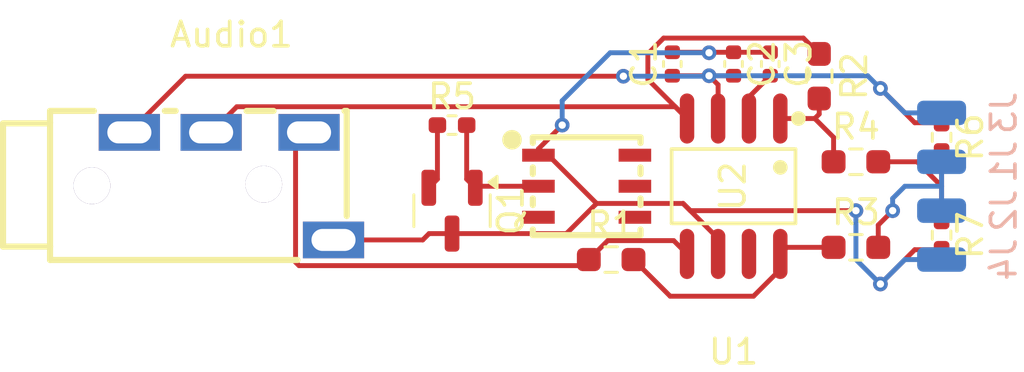
<source format=kicad_pcb>
(kicad_pcb (version 20240108) (generator "pcbnew") (generator_version "8.0")
  (layers (0 "F.Cu" signal) (31 "B.Cu" signal) (34 "B.Paste" user) (35 "F.Paste" user) (36 "B.SilkS" user "B.Silkscreen") (37 "F.SilkS" user "F.Silkscreen") (38 "B.Mask" user) (39 "F.Mask" user) (44 "Edge.Cuts" user))
  (net 0 "")
  (net 1 "GND")
  (net 2 "3V3A_SW")
  (net 3 "Net-(U1-+OUT)")
  (net 4 "Net-(U1-–OUT)")
  (net 5 "Net-(U1-VOCM)")
  (net 6 "Net-(J1-Pin_1)")
  (net 7 "Net-(Q1-G)")
  (net 8 "Net-(U1-+IN)")
  (net 9 "Net-(U1-–IN)")
  (net 10 "Net-(R4-Pad2)")
  (footprint "Resistor_SMD:R_0402_1005Metric_Pad0.72x0.64mm_HandSolder" (layer "F.Cu") (at 179 128 -90)
    (property "Reference" "R6" (at 0 -1.17 90) (layer "F.SilkS"))
    (property "Value" "330R")
    (fp_line (start -0.167621 0.38) (end 0.167621 0.38) (stroke (width 0.12)) (layer "F.SilkS"))
    (fp_line (start -0.167621 -0.38) (end 0.167621 -0.38) (stroke (width 0.12)) (layer "F.SilkS"))
    (pad "1" smd roundrect (at -0.5975 0 270) (size 0.715 0.64) (layers "F.Cu" "F.Paste" "F.Mask") (net 2 "3V3A_SW"))
    (pad "2" smd roundrect (at 0.5975 0 270) (size 0.715 0.64) (layers "F.Cu" "F.Paste" "F.Mask") (net 10 "Net-(R4-Pad2)"))
  )
  (footprint "Resistor_SMD:R_0603_1608Metric_Pad0.98x0.95mm_HandSolder" (layer "F.Cu") (at 175.5 132.5)
    (property "Reference" "R3" (at 0 -1.43 0) (layer "F.SilkS"))
    (property "Value" "5.6K")
    (fp_line (start -0.254724 -0.5225) (end 0.254724 -0.5225) (stroke (width 0.12)) (layer "F.SilkS"))
    (fp_line (start -0.254724 0.5225) (end 0.254724 0.5225) (stroke (width 0.12)) (layer "F.SilkS"))
    (pad "1" smd roundrect (at -0.9125 0) (size 0.975 0.95) (layers "F.Cu" "F.Paste" "F.Mask") (net 8 "Net-(U1-+IN)"))
    (pad "2" smd roundrect (at 0.9125 0) (size 0.975 0.95) (layers "F.Cu" "F.Paste" "F.Mask") (net 6 "Net-(J1-Pin_1)"))
  )
  (footprint "Resistor_SMD:R_0603_1608Metric_Pad0.98x0.95mm_HandSolder" (layer "F.Cu") (at 174 125.5 -90)
    (property "Reference" "R2" (at 0 -1.43 90) (layer "F.SilkS"))
    (property "Value" "510K")
    (fp_line (start -0.254724 0.5225) (end 0.254724 0.5225) (stroke (width 0.12)) (layer "F.SilkS"))
    (fp_line (start -0.254724 -0.5225) (end 0.254724 -0.5225) (stroke (width 0.12)) (layer "F.SilkS"))
    (pad "1" smd roundrect (at -0.9125 0 270) (size 0.975 0.95) (layers "F.Cu" "F.Paste" "F.Mask") (net 3 "Net-(U1-+OUT)"))
    (pad "2" smd roundrect (at 0.9125 0 270) (size 0.975 0.95) (layers "F.Cu" "F.Paste" "F.Mask") (net 9 "Net-(U1-–IN)"))
  )
  (footprint "Capacitor_SMD:C_0402_1005Metric" (layer "F.Cu") (at 170.5 125 -90)
    (property "Reference" "C2" (at 0 -1.16 90) (layer "F.SilkS"))
    (property "Value" "1000p")
    (fp_line (start -0.107836 0.36) (end 0.107836 0.36) (stroke (width 0.12)) (layer "F.SilkS"))
    (fp_line (start -0.107836 -0.36) (end 0.107836 -0.36) (stroke (width 0.12)) (layer "F.SilkS"))
    (pad "1" smd roundrect (at -0.48 0 270) (size 0.56 0.62) (layers "F.Cu" "F.Paste" "F.Mask") (net 1 "GND"))
    (pad "2" smd roundrect (at 0.48 0 270) (size 0.56 0.62) (layers "F.Cu" "F.Paste" "F.Mask") (net 2 "3V3A_SW"))
  )
  (footprint "Rocketry_Easyeda:TSOC-6_L3.9-W4.3-P1.27-BL" (layer "F.Cu") (at 164.5 130 -90)
    (property "Reference" "U2" (at 0 -5.97 90) (layer "F.SilkS"))
    (property "Value" "DS28E07P+T")
    (fp_line (start -2 2.2) (end -1.77 2.2) (stroke (width 0.25)) (layer "F.SilkS"))
    (fp_line (start -0.77 2.2) (end -0.5 2.2) (stroke (width 0.25)) (layer "F.SilkS"))
    (fp_line (start 0.5 2.2) (end 0.77 2.2) (stroke (width 0.25)) (layer "F.SilkS"))
    (fp_line (start 1.77 2.2) (end 2 2.2) (stroke (width 0.25)) (layer "F.SilkS"))
    (fp_line (start 2 2.2) (end 2 -2.2) (stroke (width 0.25)) (layer "F.SilkS"))
    (fp_line (start -2 -2.2) (end -2 2.2) (stroke (width 0.25)) (layer "F.SilkS"))
    (fp_line (start -1.77 -2.2) (end -2 -2.2) (stroke (width 0.25)) (layer "F.SilkS"))
    (fp_line (start -0.5 -2.2) (end -0.77 -2.2) (stroke (width 0.25)) (layer "F.SilkS"))
    (fp_line (start 0.77 -2.2) (end 0.5 -2.2) (stroke (width 0.25)) (layer "F.SilkS"))
    (fp_line (start 2 -2.2) (end 1.77 -2.2) (stroke (width 0.25)) (layer "F.SilkS"))
    (fp_circle (center -1.9 3.05) (end -1.7 3.05) (stroke (width 0.4)) (fill none) (layer "F.SilkS"))
    (pad "1" smd rect (at -1.27 1.97 270) (size 0.53 1.33) (layers "F.Cu" "F.Paste" "F.Mask") (net 1 "GND"))
    (pad "2" smd rect (at 0 1.97 270) (size 0.53 1.33) (layers "F.Cu" "F.Paste" "F.Mask") (net 7 "Net-(Q1-G)"))
    (pad "3" smd rect (at 1.27 1.97 270) (size 0.53 1.33) (layers "F.Cu" "F.Paste" "F.Mask"))
    (pad "4" smd rect (at 1.27 -1.97 270) (size 0.53 1.33) (layers "F.Cu" "F.Paste" "F.Mask"))
    (pad "5" smd rect (at 0 -1.97 270) (size 0.53 1.33) (layers "F.Cu" "F.Paste" "F.Mask"))
    (pad "6" smd rect (at -1.27 -1.97 270) (size 0.53 1.33) (layers "F.Cu" "F.Paste" "F.Mask"))
  )
  (footprint "Package_TO_SOT_SMD:SOT-23" (layer "F.Cu") (at 159 131 -90)
    (property "Reference" "Q1" (at 0 -2.4 90) (layer "F.SilkS"))
    (property "Value" "AO3401A")
    (fp_line (start 0 1.56) (end -0.65 1.56) (stroke (width 0.12)) (layer "F.SilkS"))
    (fp_line (start 0 1.56) (end 0.65 1.56) (stroke (width 0.12)) (layer "F.SilkS"))
    (fp_line (start 0 -1.56) (end -0.65 -1.56) (stroke (width 0.12)) (layer "F.SilkS"))
    (fp_line (start 0 -1.56) (end 0.65 -1.56) (stroke (width 0.12)) (layer "F.SilkS"))
    (fp_poly (pts (xy -1.1625 -1.51) (xy -1.4025 -1.84) (xy -0.9225 -1.84) (xy -1.1625 -1.51)) (stroke (width 0.12)) (fill solid) (layer "F.SilkS"))
    (pad "1" smd roundrect (at -0.9375 -0.95 270) (size 1.475 0.6) (layers "F.Cu" "F.Paste" "F.Mask") (net 7 "Net-(Q1-G)"))
    (pad "2" smd roundrect (at -0.9375 0.95 270) (size 1.475 0.6) (layers "F.Cu" "F.Paste" "F.Mask") (net 2 "3V3A_SW"))
    (pad "3" smd roundrect (at 0.9375 0 270) (size 1.475 0.6) (layers "F.Cu" "F.Paste" "F.Mask") (net 1 "GND"))
  )
  (footprint "Capacitor_SMD:C_0402_1005Metric" (layer "F.Cu") (at 168 125 90)
    (property "Reference" "C1" (at 0 -1.16 90) (layer "F.SilkS"))
    (property "Value" "100n")
    (fp_line (start -0.107836 -0.36) (end 0.107836 -0.36) (stroke (width 0.12)) (layer "F.SilkS"))
    (fp_line (start -0.107836 0.36) (end 0.107836 0.36) (stroke (width 0.12)) (layer "F.SilkS"))
    (pad "1" smd roundrect (at -0.48 0 90) (size 0.56 0.62) (layers "F.Cu" "F.Paste" "F.Mask") (net 2 "3V3A_SW"))
    (pad "2" smd roundrect (at 0.48 0 90) (size 0.56 0.62) (layers "F.Cu" "F.Paste" "F.Mask") (net 1 "GND"))
  )
  (footprint "Rocketry_Easyeda:SOIC-8_L4.9-W3.9-P1.27-LS6.0-BL" (layer "F.Cu") (at 170.5 130 180)
    (property "Reference" "U1" (at 0 -6.77 0) (layer "F.SilkS"))
    (property "Value" "ADA4940-1ARZ-R7")
    (fp_line (start 2.53 1.52) (end -2.53 1.52) (stroke (width 0.15)) (layer "F.SilkS"))
    (fp_line (start 2.53 -1.52) (end 2.53 1.52) (stroke (width 0.15)) (layer "F.SilkS"))
    (fp_line (start -2.53 1.52) (end -2.53 -1.52) (stroke (width 0.15)) (layer "F.SilkS"))
    (fp_line (start -2.53 -1.52) (end 2.53 -1.52) (stroke (width 0.15)) (layer "F.SilkS"))
    (fp_circle (center -1.91 0.77) (end -1.76 0.77) (stroke (width 0.3)) (fill none) (layer "F.SilkS"))
    (fp_circle (center -2.65 2.77) (end -2.5 2.77) (stroke (width 0.3)) (fill none) (layer "F.SilkS"))
    (pad "1" smd oval (at -1.91 2.77 180) (size 0.59 2.05) (layers "F.Cu" "F.Paste" "F.Mask") (net 9 "Net-(U1-–IN)"))
    (pad "2" smd oval (at -0.63 2.77 180) (size 0.59 2.05) (layers "F.Cu" "F.Paste" "F.Mask") (net 5 "Net-(U1-VOCM)"))
    (pad "3" smd oval (at 0.63 2.77 180) (size 0.59 2.05) (layers "F.Cu" "F.Paste" "F.Mask") (net 2 "3V3A_SW"))
    (pad "4" smd oval (at 1.9 2.77 180) (size 0.59 2.05) (layers "F.Cu" "F.Paste" "F.Mask") (net 3 "Net-(U1-+OUT)"))
    (pad "5" smd oval (at 1.9 -2.77 180) (size 0.59 2.05) (layers "F.Cu" "F.Paste" "F.Mask") (net 4 "Net-(U1-–OUT)"))
    (pad "6" smd oval (at 0.63 -2.77 180) (size 0.59 2.05) (layers "F.Cu" "F.Paste" "F.Mask") (net 1 "GND"))
    (pad "7" smd oval (at -0.63 -2.77 180) (size 0.59 2.05) (layers "F.Cu" "F.Paste" "F.Mask"))
    (pad "8" smd oval (at -1.91 -2.77 180) (size 0.59 2.05) (layers "F.Cu" "F.Paste" "F.Mask") (net 8 "Net-(U1-+IN)"))
  )
  (footprint "Rocketry_Easyeda:AUDIO-TH_PJ-3200B-4A" (layer "F.Cu") (at 149.9875 129.9975)
    (property "Reference" "Audio1" (at 0 -6.2 0) (layer "F.SilkS"))
    (property "Value" "PJ-3200B-4A")
    (fp_line (start -9.33 -2.57) (end -7.44 -2.57) (stroke (width 0.25)) (layer "F.SilkS"))
    (fp_line (start -9.33 -2.54) (end -9.33 2.46) (stroke (width 0.25)) (layer "F.SilkS"))
    (fp_line (start -9.33 2.44) (end -9.33 2.47) (stroke (width 0.25)) (layer "F.SilkS"))
    (fp_line (start -9.33 2.47) (end -7.44 2.47) (stroke (width 0.25)) (layer "F.SilkS"))
    (fp_line (start -7.44 -2.57) (end -7.41 -2.6) (stroke (width 0.25)) (layer "F.SilkS"))
    (fp_line (start -7.44 2.47) (end -7.41 2.47) (stroke (width 0.25)) (layer "F.SilkS"))
    (fp_line (start -7.41 -3.08) (end -7.41 3.02) (stroke (width 0.25)) (layer "F.SilkS"))
    (fp_line (start -7.41 -3.08) (end -5.62 -3.08) (stroke (width 0.25)) (layer "F.SilkS"))
    (fp_line (start -7.41 2.47) (end -7.41 2.47) (stroke (width 0.25)) (layer "F.SilkS"))
    (fp_line (start -7.41 3.02) (end 2.7 3.02) (stroke (width 0.25)) (layer "F.SilkS"))
    (fp_line (start -2.72 -3.08) (end -2.28 -3.08) (stroke (width 0.25)) (layer "F.SilkS"))
    (fp_line (start 0.62 -3.08) (end 1.72 -3.08) (stroke (width 0.25)) (layer "F.SilkS"))
    (fp_line (start 4.62 -3.08) (end 4.71 -3.08) (stroke (width 0.25)) (layer "F.SilkS"))
    (fp_line (start 4.71 -3.08) (end 4.71 1.22) (stroke (width 0.25)) (layer "F.SilkS"))
    (pad "" thru_hole circle (at -5.7 -0.02) (size 1.5 1.5) (drill 1.5) (layers "*.Cu" "*.Mask"))
    (pad "" thru_hole circle (at 1.32 -0.08) (size 1.5 1.5) (drill 1.5) (layers "*.Cu" "*.Mask"))
    (pad "1" thru_hole rect (at 4.17 2.2 90) (size 1.5 2.5) (drill oval 0.900024 1.8002) (layers "*.Cu" "*.Mask") (net 1 "GND"))
    (pad "2" thru_hole rect (at 3.17 -2.2 90) (size 1.5 2.5) (drill oval 0.900024 1.799946) (layers "*.Cu" "*.Mask") (net 4 "Net-(U1-–OUT)"))
    (pad "3" thru_hole rect (at -4.17 -2.2 90) (size 1.5 2.5) (drill oval 0.900024 1.8002) (layers "*.Cu" "*.Mask") (net 2 "3V3A_SW"))
    (pad "4" thru_hole rect (at -0.83 -2.2 90) (size 1.5 2.5) (drill oval 0.900024 1.799946) (layers "*.Cu" "*.Mask") (net 3 "Net-(U1-+OUT)"))
  )
  (footprint "Resistor_SMD:R_0402_1005Metric_Pad0.72x0.64mm_HandSolder" (layer "F.Cu") (at 179 132 -90)
    (property "Reference" "R7" (at 0 -1.17 90) (layer "F.SilkS"))
    (property "Value" "330R")
    (fp_line (start -0.167621 0.38) (end 0.167621 0.38) (stroke (width 0.12)) (layer "F.SilkS"))
    (fp_line (start -0.167621 -0.38) (end 0.167621 -0.38) (stroke (width 0.12)) (layer "F.SilkS"))
    (pad "1" smd roundrect (at -0.5975 0 270) (size 0.715 0.64) (layers "F.Cu" "F.Paste" "F.Mask") (net 10 "Net-(R4-Pad2)"))
    (pad "2" smd roundrect (at 0.5975 0 270) (size 0.715 0.64) (layers "F.Cu" "F.Paste" "F.Mask") (net 1 "GND"))
  )
  (footprint "Resistor_SMD:R_0603_1608Metric_Pad0.98x0.95mm_HandSolder" (layer "F.Cu") (at 175.5 129)
    (property "Reference" "R4" (at 0 -1.43 0) (layer "F.SilkS"))
    (property "Value" "5.6K")
    (fp_line (start -0.254724 -0.5225) (end 0.254724 -0.5225) (stroke (width 0.12)) (layer "F.SilkS"))
    (fp_line (start -0.254724 0.5225) (end 0.254724 0.5225) (stroke (width 0.12)) (layer "F.SilkS"))
    (pad "1" smd roundrect (at -0.9125 0) (size 0.975 0.95) (layers "F.Cu" "F.Paste" "F.Mask") (net 9 "Net-(U1-–IN)"))
    (pad "2" smd roundrect (at 0.9125 0) (size 0.975 0.95) (layers "F.Cu" "F.Paste" "F.Mask") (net 10 "Net-(R4-Pad2)"))
  )
  (footprint "Resistor_SMD:R_0603_1608Metric_Pad0.98x0.95mm_HandSolder" (layer "F.Cu") (at 165.5 133)
    (property "Reference" "R1" (at 0 -1.43 360) (layer "F.SilkS"))
    (property "Value" "510K")
    (fp_line (start -0.254724 -0.5225) (end 0.254724 -0.5225) (stroke (width 0.12)) (layer "F.SilkS"))
    (fp_line (start -0.254724 0.5225) (end 0.254724 0.5225) (stroke (width 0.12)) (layer "F.SilkS"))
    (pad "1" smd roundrect (at -0.9125 0) (size 0.975 0.95) (layers "F.Cu" "F.Paste" "F.Mask") (net 4 "Net-(U1-–OUT)"))
    (pad "2" smd roundrect (at 0.9125 0) (size 0.975 0.95) (layers "F.Cu" "F.Paste" "F.Mask") (net 8 "Net-(U1-+IN)"))
  )
  (footprint "Resistor_SMD:R_0402_1005Metric_Pad0.72x0.64mm_HandSolder" (layer "F.Cu") (at 159 127.5)
    (property "Reference" "R5" (at 0 -1.17 0) (layer "F.SilkS"))
    (property "Value" "10K")
    (fp_line (start -0.167621 -0.38) (end 0.167621 -0.38) (stroke (width 0.12)) (layer "F.SilkS"))
    (fp_line (start -0.167621 0.38) (end 0.167621 0.38) (stroke (width 0.12)) (layer "F.SilkS"))
    (pad "1" smd roundrect (at -0.5975 0) (size 0.715 0.64) (layers "F.Cu" "F.Paste" "F.Mask") (net 2 "3V3A_SW"))
    (pad "2" smd roundrect (at 0.5975 0) (size 0.715 0.64) (layers "F.Cu" "F.Paste" "F.Mask") (net 7 "Net-(Q1-G)"))
  )
  (footprint "Capacitor_SMD:C_0402_1005Metric" (layer "F.Cu") (at 172 125 -90)
    (property "Reference" "C3" (at 0 -1.16 90) (layer "F.SilkS"))
    (property "Value" "100n")
    (fp_line (start -0.107836 0.36) (end 0.107836 0.36) (stroke (width 0.12)) (layer "F.SilkS"))
    (fp_line (start -0.107836 -0.36) (end 0.107836 -0.36) (stroke (width 0.12)) (layer "F.SilkS"))
    (pad "1" smd roundrect (at -0.48 0 270) (size 0.56 0.62) (layers "F.Cu" "F.Paste" "F.Mask") (net 1 "GND"))
    (pad "2" smd roundrect (at 0.48 0 270) (size 0.56 0.62) (layers "F.Cu" "F.Paste" "F.Mask") (net 5 "Net-(U1-VOCM)"))
  )
  (footprint "Connector_Wire:SolderWirePad_1x01_SMD_1x2mm" (layer "B.Cu") (at 179 129 90)
    (property "Reference" "J1" (at 0 2.54 90) (layer "B.SilkS") (effects (justify mirror)))
    (property "Value" "SG1m")
    (pad "1" smd roundrect (at 0 0 90) (size 1 2) (layers "B.Cu" "B.Paste" "B.Mask") (net 6 "Net-(J1-Pin_1)"))
  )
  (footprint "Connector_Wire:SolderWirePad_1x01_SMD_1x2mm" (layer "B.Cu") (at 179 133 90)
    (property "Reference" "J4" (at 0 2.54 90) (layer "B.SilkS") (effects (justify mirror)))
    (property "Value" "SG2m")
    (pad "1" smd roundrect (at 0 0 90) (size 1 2) (layers "B.Cu" "B.Paste" "B.Mask") (net 1 "GND"))
  )
  (footprint "Connector_Wire:SolderWirePad_1x01_SMD_1x2mm" (layer "B.Cu") (at 179 131 90)
    (property "Reference" "J2" (at 0 2.54 90) (layer "B.SilkS") (effects (justify mirror)))
    (property "Value" "SG2p")
    (pad "1" smd roundrect (at 0 0 90) (size 1 2) (layers "B.Cu" "B.Paste" "B.Mask") (net 6 "Net-(J1-Pin_1)"))
  )
  (footprint "Connector_Wire:SolderWirePad_1x01_SMD_1x2mm" (layer "B.Cu") (at 179 127 90)
    (property "Reference" "J3" (at 0 2.54 90) (layer "B.SilkS") (effects (justify mirror)))
    (property "Value" "SG1p")
    (pad "1" smd roundrect (at 0 0 90) (size 1 2) (layers "B.Cu" "B.Paste" "B.Mask") (net 2 "3V3A_SW"))
  )
  (segment (start 163.6725 131.9375) (end 164.905 130.705) (width 0.2) (layer "F.Cu") (net 1))
  (segment (start 177.9025 132.5975) (end 179 132.5975) (width 0.2) (layer "F.Cu") (net 1))
  (segment (start 162.53 128.47) (end 163.5 127.5) (width 0.2) (layer "F.Cu") (net 1))
  (segment (start 162.93 128.73) (end 162.53 128.73) (width 0.2) (layer "F.Cu") (net 1))
  (segment (start 158.0625 131.9375) (end 157.8025 132.1975) (width 0.2) (layer "F.Cu") (net 1))
  (segment (start 170.5 124.52) (end 172 124.52) (width 0.2) (layer "F.Cu") (net 1))
  (segment (start 169.87 132.135) (end 168.44 130.705) (width 0.2) (layer "F.Cu") (net 1))
  (segment (start 159 131.9375) (end 163.6725 131.9375) (width 0.2) (layer "F.Cu") (net 1))
  (segment (start 168.44 130.705) (end 164.905 130.705) (width 0.2) (layer "F.Cu") (net 1))
  (segment (start 168.44 130.705) (end 168.735 131) (width 0.2) (layer "F.Cu") (net 1))
  (segment (start 169.87 132.77) (end 169.87 132.135) (width 0.2) (layer "F.Cu") (net 1))
  (segment (start 162.53 128.73) (end 162.53 128.47) (width 0.2) (layer "F.Cu") (net 1))
  (segment (start 159 131.9375) (end 158.0625 131.9375) (width 0.2) (layer "F.Cu") (net 1))
  (segment (start 164.905 130.705) (end 162.93 128.73) (width 0.2) (layer "F.Cu") (net 1))
  (segment (start 157.8025 132.1975) (end 154.1575 132.1975) (width 0.2) (layer "F.Cu") (net 1))
  (segment (start 176.5 134) (end 177.9025 132.5975) (width 0.2) (layer "F.Cu") (net 1))
  (segment (start 170.5 124.52) (end 168 124.52) (width 0.2) (layer "F.Cu") (net 1))
  (segment (start 168.735 131) (end 175.5 131) (width 0.2) (layer "F.Cu") (net 1))
  (via (at 175.5 131) (size 0.6) (drill 0.3) (layers "F.Cu" "B.Cu") (net 1))
  (via (at 163.5 127.5) (size 0.6) (drill 0.3) (layers "F.Cu" "B.Cu") (net 1))
  (via (at 169.5 124.54) (size 0.6) (drill 0.3) (layers "F.Cu" "B.Cu") (net 1))
  (via (at 176.5 134) (size 0.6) (drill 0.3) (layers "F.Cu" "B.Cu") (net 1))
  (segment (start 165.46 124.54) (end 169.5 124.54) (width 0.2) (layer "B.Cu") (net 1))
  (segment (start 175.5 133) (end 176.5 134) (width 0.2) (layer "B.Cu") (net 1))
  (segment (start 175.5 131) (end 175.5 133) (width 0.2) (layer "B.Cu") (net 1))
  (segment (start 163.5 127.5) (end 163.5 126.5) (width 0.2) (layer "B.Cu") (net 1))
  (segment (start 163.5 126.5) (end 165.46 124.54) (width 0.2) (layer "B.Cu") (net 1))
  (segment (start 177.5 133) (end 176.5 134) (width 0.2) (layer "B.Cu") (net 1))
  (segment (start 179 133) (end 177.5 133) (width 0.2) (layer "B.Cu") (net 1))
  (segment (start 158.4025 127.5) (end 158.4025 129.71) (width 0.2) (layer "F.Cu") (net 2))
  (segment (start 177.9025 127.4025) (end 179 127.4025) (width 0.2) (layer "F.Cu") (net 2))
  (segment (start 158.4025 129.71) (end 158.05 130.0625) (width 0.2) (layer "F.Cu") (net 2))
  (segment (start 169.87 125.85) (end 169.5 125.48) (width 0.2) (layer "F.Cu") (net 2))
  (segment (start 168 125.48) (end 169.5 125.48) (width 0.2) (layer "F.Cu") (net 2))
  (segment (start 169.87 127.23) (end 169.87 125.85) (width 0.2) (layer "F.Cu") (net 2))
  (segment (start 176.5 126) (end 177.9025 127.4025) (width 0.2) (layer "F.Cu") (net 2))
  (segment (start 145.8175 127.7975) (end 148.115 125.5) (width 0.2) (layer "F.Cu") (net 2))
  (segment (start 169.5 125.48) (end 170.5 125.48) (width 0.2) (layer "F.Cu") (net 2))
  (segment (start 148.115 125.5) (end 166 125.5) (width 0.2) (layer "F.Cu") (net 2))
  (via (at 176.5 126) (size 0.6) (drill 0.3) (layers "F.Cu" "B.Cu") (net 2))
  (via (at 166 125.5) (size 0.6) (drill 0.3) (layers "F.Cu" "B.Cu") (net 2))
  (via (at 169.5 125.48) (size 0.6) (drill 0.3) (layers "F.Cu" "B.Cu") (net 2))
  (segment (start 176.5 126) (end 177.5 127) (width 0.2) (layer "B.Cu") (net 2))
  (segment (start 175.98 125.48) (end 176.5 126) (width 0.2) (layer "B.Cu") (net 2))
  (segment (start 169.5 125.48) (end 175.98 125.48) (width 0.2) (layer "B.Cu") (net 2))
  (segment (start 177.5 127) (end 179 127) (width 0.2) (layer "B.Cu") (net 2))
  (segment (start 169.48 125.5) (end 169.5 125.48) (width 0.2) (layer "B.Cu") (net 2))
  (segment (start 166 125.5) (end 169.48 125.5) (width 0.2) (layer "B.Cu") (net 2))
  (segment (start 174 124.5875) (end 173.3525 123.94) (width 0.2) (layer "F.Cu") (net 3))
  (segment (start 167 125.63) (end 168.6 127.23) (width 0.2) (layer "F.Cu") (net 3))
  (segment (start 173.3525 123.94) (end 167.643866 123.94) (width 0.2) (layer "F.Cu") (net 3))
  (segment (start 167 124.583866) (end 167 125.63) (width 0.2) (layer "F.Cu") (net 3))
  (segment (start 150.2075 126.7475) (end 168.1175 126.7475) (width 0.2) (layer "F.Cu") (net 3))
  (segment (start 168.1175 126.7475) (end 168.6 127.23) (width 0.2) (layer "F.Cu") (net 3))
  (segment (start 167.643866 123.94) (end 167 124.583866) (width 0.2) (layer "F.Cu") (net 3))
  (segment (start 149.1575 127.7975) (end 150.2075 126.7475) (width 0.2) (layer "F.Cu") (net 3))
  (segment (start 153.1575 127.7975) (end 152.6075 128.3475) (width 0.2) (layer "F.Cu") (net 4))
  (segment (start 152.6075 128.3475) (end 152.6075 133.1075) (width 0.2) (layer "F.Cu") (net 4))
  (segment (start 152.6075 133.1075) (end 152.7475 133.2475) (width 0.2) (layer "F.Cu") (net 4))
  (segment (start 152.7475 133.2475) (end 164.34 133.2475) (width 0.2) (layer "F.Cu") (net 4))
  (segment (start 168.055 132.225) (end 165.3625 132.225) (width 0.2) (layer "F.Cu") (net 4))
  (segment (start 168.6 132.77) (end 168.055 132.225) (width 0.2) (layer "F.Cu") (net 4))
  (segment (start 164.34 133.2475) (end 164.5875 133) (width 0.2) (layer "F.Cu") (net 4))
  (segment (start 165.3625 132.225) (end 164.5875 133) (width 0.2) (layer "F.Cu") (net 4))
  (segment (start 172 125.48) (end 171.13 126.35) (width 0.2) (layer "F.Cu") (net 5))
  (segment (start 171.13 126.35) (end 171.13 127.23) (width 0.2) (layer "F.Cu") (net 5))
  (segment (start 176.4125 132.5) (end 176.4125 131.5875) (width 0.2) (layer "F.Cu") (net 6))
  (segment (start 176.4125 131.5875) (end 177 131) (width 0.2) (layer "F.Cu") (net 6))
  (via (at 177 131) (size 0.6) (drill 0.3) (layers "F.Cu" "B.Cu") (net 6))
  (segment (start 179 130) (end 177.5 130) (width 0.2) (layer "B.Cu") (net 6))
  (segment (start 179 129) (end 179 130) (width 0.2) (layer "B.Cu") (net 6))
  (segment (start 177 131) (end 177 130.5) (width 0.2) (layer "B.Cu") (net 6))
  (segment (start 177 130.5) (end 177.5 130) (width 0.2) (layer "B.Cu") (net 6))
  (segment (start 179 130) (end 179 131) (width 0.2) (layer "B.Cu") (net 6))
  (segment (start 162.53 130) (end 160.0125 130) (width 0.2) (layer "F.Cu") (net 7))
  (segment (start 159.5975 129.71) (end 159.95 130.0625) (width 0.2) (layer "F.Cu") (net 7))
  (segment (start 159.5975 127.5) (end 159.5975 129.71) (width 0.2) (layer "F.Cu") (net 7))
  (segment (start 160.0125 130) (end 159.95 130.0625) (width 0.2) (layer "F.Cu") (net 7))
  (segment (start 167.9125 134.5) (end 166.4125 133) (width 0.2) (layer "F.Cu") (net 8))
  (segment (start 172.41 133.405) (end 171.315 134.5) (width 0.2) (layer "F.Cu") (net 8))
  (segment (start 172.41 132.77) (end 172.41 133.405) (width 0.2) (layer "F.Cu") (net 8))
  (segment (start 174.5875 132.5) (end 172.68 132.5) (width 0.2) (layer "F.Cu") (net 8))
  (segment (start 171.315 134.5) (end 167.9125 134.5) (width 0.2) (layer "F.Cu") (net 8))
  (segment (start 172.68 132.5) (end 172.41 132.77) (width 0.2) (layer "F.Cu") (net 8))
  (segment (start 174 126.4125) (end 174 127.0475) (width 0.2) (layer "F.Cu") (net 9))
  (segment (start 174.5875 129) (end 174.5875 128) (width 0.2) (layer "F.Cu") (net 9))
  (segment (start 174 127.0475) (end 173.8175 127.23) (width 0.2) (layer "F.Cu") (net 9))
  (segment (start 172.41 127.23) (end 173.8175 127.23) (width 0.2) (layer "F.Cu") (net 9))
  (segment (start 173.8175 127.23) (end 174.5875 128) (width 0.2) (layer "F.Cu") (net 9))
  (segment (start 178 129) (end 176.4125 129) (width 0.2) (layer "F.Cu") (net 10))
  (segment (start 179 128.5975) (end 179 130) (width 0.2) (layer "F.Cu") (net 10))
  (segment (start 179 130) (end 179 131.4025) (width 0.2) (layer "F.Cu") (net 10))
  (segment (start 179 130) (end 178 129) (width 0.2) (layer "F.Cu") (net 10))
)
</source>
